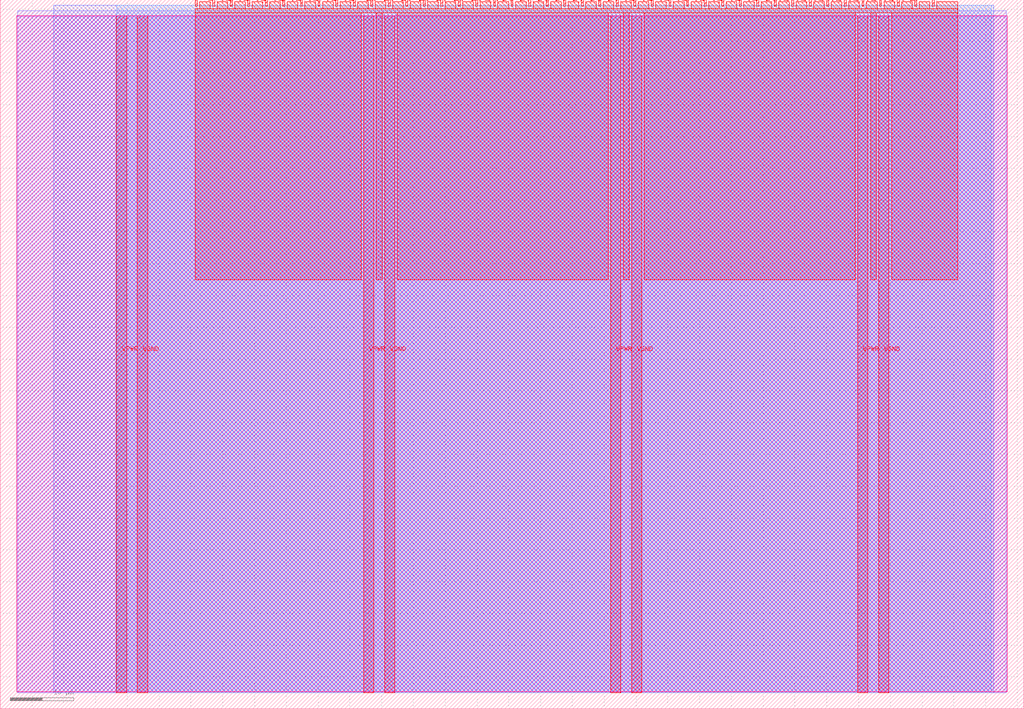
<source format=lef>
VERSION 5.7 ;
  NOWIREEXTENSIONATPIN ON ;
  DIVIDERCHAR "/" ;
  BUSBITCHARS "[]" ;
MACRO tt_um_db_MAC
  CLASS BLOCK ;
  FOREIGN tt_um_db_MAC ;
  ORIGIN 0.000 0.000 ;
  SIZE 161.000 BY 111.520 ;
  PIN VGND
    DIRECTION INOUT ;
    USE GROUND ;
    PORT
      LAYER met4 ;
        RECT 21.580 2.480 23.180 109.040 ;
    END
    PORT
      LAYER met4 ;
        RECT 60.450 2.480 62.050 109.040 ;
    END
    PORT
      LAYER met4 ;
        RECT 99.320 2.480 100.920 109.040 ;
    END
    PORT
      LAYER met4 ;
        RECT 138.190 2.480 139.790 109.040 ;
    END
  END VGND
  PIN VPWR
    DIRECTION INOUT ;
    USE POWER ;
    PORT
      LAYER met4 ;
        RECT 18.280 2.480 19.880 109.040 ;
    END
    PORT
      LAYER met4 ;
        RECT 57.150 2.480 58.750 109.040 ;
    END
    PORT
      LAYER met4 ;
        RECT 96.020 2.480 97.620 109.040 ;
    END
    PORT
      LAYER met4 ;
        RECT 134.890 2.480 136.490 109.040 ;
    END
  END VPWR
  PIN clk
    DIRECTION INPUT ;
    USE SIGNAL ;
    ANTENNAGATEAREA 0.852000 ;
    PORT
      LAYER met4 ;
        RECT 143.830 110.520 144.130 111.520 ;
    END
  END clk
  PIN ena
    DIRECTION INPUT ;
    USE SIGNAL ;
    PORT
      LAYER met4 ;
        RECT 146.590 110.520 146.890 111.520 ;
    END
  END ena
  PIN rst_n
    DIRECTION INPUT ;
    USE SIGNAL ;
    ANTENNAGATEAREA 0.196500 ;
    PORT
      LAYER met4 ;
        RECT 141.070 110.520 141.370 111.520 ;
    END
  END rst_n
  PIN ui_in[0]
    DIRECTION INPUT ;
    USE SIGNAL ;
    ANTENNAGATEAREA 0.196500 ;
    PORT
      LAYER met4 ;
        RECT 138.310 110.520 138.610 111.520 ;
    END
  END ui_in[0]
  PIN ui_in[1]
    DIRECTION INPUT ;
    USE SIGNAL ;
    ANTENNAGATEAREA 0.196500 ;
    PORT
      LAYER met4 ;
        RECT 135.550 110.520 135.850 111.520 ;
    END
  END ui_in[1]
  PIN ui_in[2]
    DIRECTION INPUT ;
    USE SIGNAL ;
    ANTENNAGATEAREA 0.196500 ;
    PORT
      LAYER met4 ;
        RECT 132.790 110.520 133.090 111.520 ;
    END
  END ui_in[2]
  PIN ui_in[3]
    DIRECTION INPUT ;
    USE SIGNAL ;
    ANTENNAGATEAREA 0.196500 ;
    PORT
      LAYER met4 ;
        RECT 130.030 110.520 130.330 111.520 ;
    END
  END ui_in[3]
  PIN ui_in[4]
    DIRECTION INPUT ;
    USE SIGNAL ;
    ANTENNAGATEAREA 0.196500 ;
    PORT
      LAYER met4 ;
        RECT 127.270 110.520 127.570 111.520 ;
    END
  END ui_in[4]
  PIN ui_in[5]
    DIRECTION INPUT ;
    USE SIGNAL ;
    ANTENNAGATEAREA 0.196500 ;
    PORT
      LAYER met4 ;
        RECT 124.510 110.520 124.810 111.520 ;
    END
  END ui_in[5]
  PIN ui_in[6]
    DIRECTION INPUT ;
    USE SIGNAL ;
    ANTENNAGATEAREA 0.196500 ;
    PORT
      LAYER met4 ;
        RECT 121.750 110.520 122.050 111.520 ;
    END
  END ui_in[6]
  PIN ui_in[7]
    DIRECTION INPUT ;
    USE SIGNAL ;
    ANTENNAGATEAREA 0.196500 ;
    PORT
      LAYER met4 ;
        RECT 118.990 110.520 119.290 111.520 ;
    END
  END ui_in[7]
  PIN uio_in[0]
    DIRECTION INPUT ;
    USE SIGNAL ;
    ANTENNAGATEAREA 0.196500 ;
    PORT
      LAYER met4 ;
        RECT 116.230 110.520 116.530 111.520 ;
    END
  END uio_in[0]
  PIN uio_in[1]
    DIRECTION INPUT ;
    USE SIGNAL ;
    ANTENNAGATEAREA 0.196500 ;
    PORT
      LAYER met4 ;
        RECT 113.470 110.520 113.770 111.520 ;
    END
  END uio_in[1]
  PIN uio_in[2]
    DIRECTION INPUT ;
    USE SIGNAL ;
    ANTENNAGATEAREA 0.196500 ;
    PORT
      LAYER met4 ;
        RECT 110.710 110.520 111.010 111.520 ;
    END
  END uio_in[2]
  PIN uio_in[3]
    DIRECTION INPUT ;
    USE SIGNAL ;
    ANTENNAGATEAREA 0.196500 ;
    PORT
      LAYER met4 ;
        RECT 107.950 110.520 108.250 111.520 ;
    END
  END uio_in[3]
  PIN uio_in[4]
    DIRECTION INPUT ;
    USE SIGNAL ;
    ANTENNAGATEAREA 0.196500 ;
    PORT
      LAYER met4 ;
        RECT 105.190 110.520 105.490 111.520 ;
    END
  END uio_in[4]
  PIN uio_in[5]
    DIRECTION INPUT ;
    USE SIGNAL ;
    ANTENNAGATEAREA 0.196500 ;
    PORT
      LAYER met4 ;
        RECT 102.430 110.520 102.730 111.520 ;
    END
  END uio_in[5]
  PIN uio_in[6]
    DIRECTION INPUT ;
    USE SIGNAL ;
    ANTENNAGATEAREA 0.196500 ;
    PORT
      LAYER met4 ;
        RECT 99.670 110.520 99.970 111.520 ;
    END
  END uio_in[6]
  PIN uio_in[7]
    DIRECTION INPUT ;
    USE SIGNAL ;
    ANTENNAGATEAREA 0.196500 ;
    PORT
      LAYER met4 ;
        RECT 96.910 110.520 97.210 111.520 ;
    END
  END uio_in[7]
  PIN uio_oe[0]
    DIRECTION OUTPUT ;
    USE SIGNAL ;
    ANTENNADIFFAREA 0.445500 ;
    PORT
      LAYER met4 ;
        RECT 49.990 110.520 50.290 111.520 ;
    END
  END uio_oe[0]
  PIN uio_oe[1]
    DIRECTION OUTPUT ;
    USE SIGNAL ;
    ANTENNADIFFAREA 0.445500 ;
    PORT
      LAYER met4 ;
        RECT 47.230 110.520 47.530 111.520 ;
    END
  END uio_oe[1]
  PIN uio_oe[2]
    DIRECTION OUTPUT ;
    USE SIGNAL ;
    ANTENNADIFFAREA 0.445500 ;
    PORT
      LAYER met4 ;
        RECT 44.470 110.520 44.770 111.520 ;
    END
  END uio_oe[2]
  PIN uio_oe[3]
    DIRECTION OUTPUT ;
    USE SIGNAL ;
    ANTENNADIFFAREA 0.445500 ;
    PORT
      LAYER met4 ;
        RECT 41.710 110.520 42.010 111.520 ;
    END
  END uio_oe[3]
  PIN uio_oe[4]
    DIRECTION OUTPUT ;
    USE SIGNAL ;
    ANTENNADIFFAREA 0.445500 ;
    PORT
      LAYER met4 ;
        RECT 38.950 110.520 39.250 111.520 ;
    END
  END uio_oe[4]
  PIN uio_oe[5]
    DIRECTION OUTPUT ;
    USE SIGNAL ;
    ANTENNADIFFAREA 0.445500 ;
    PORT
      LAYER met4 ;
        RECT 36.190 110.520 36.490 111.520 ;
    END
  END uio_oe[5]
  PIN uio_oe[6]
    DIRECTION OUTPUT ;
    USE SIGNAL ;
    ANTENNADIFFAREA 0.445500 ;
    PORT
      LAYER met4 ;
        RECT 33.430 110.520 33.730 111.520 ;
    END
  END uio_oe[6]
  PIN uio_oe[7]
    DIRECTION OUTPUT ;
    USE SIGNAL ;
    ANTENNADIFFAREA 0.445500 ;
    PORT
      LAYER met4 ;
        RECT 30.670 110.520 30.970 111.520 ;
    END
  END uio_oe[7]
  PIN uio_out[0]
    DIRECTION OUTPUT ;
    USE SIGNAL ;
    ANTENNADIFFAREA 0.795200 ;
    PORT
      LAYER met4 ;
        RECT 72.070 110.520 72.370 111.520 ;
    END
  END uio_out[0]
  PIN uio_out[1]
    DIRECTION OUTPUT ;
    USE SIGNAL ;
    ANTENNADIFFAREA 0.445500 ;
    PORT
      LAYER met4 ;
        RECT 69.310 110.520 69.610 111.520 ;
    END
  END uio_out[1]
  PIN uio_out[2]
    DIRECTION OUTPUT ;
    USE SIGNAL ;
    ANTENNADIFFAREA 0.445500 ;
    PORT
      LAYER met4 ;
        RECT 66.550 110.520 66.850 111.520 ;
    END
  END uio_out[2]
  PIN uio_out[3]
    DIRECTION OUTPUT ;
    USE SIGNAL ;
    ANTENNADIFFAREA 0.795200 ;
    PORT
      LAYER met4 ;
        RECT 63.790 110.520 64.090 111.520 ;
    END
  END uio_out[3]
  PIN uio_out[4]
    DIRECTION OUTPUT ;
    USE SIGNAL ;
    ANTENNADIFFAREA 0.795200 ;
    PORT
      LAYER met4 ;
        RECT 61.030 110.520 61.330 111.520 ;
    END
  END uio_out[4]
  PIN uio_out[5]
    DIRECTION OUTPUT ;
    USE SIGNAL ;
    ANTENNADIFFAREA 0.795200 ;
    PORT
      LAYER met4 ;
        RECT 58.270 110.520 58.570 111.520 ;
    END
  END uio_out[5]
  PIN uio_out[6]
    DIRECTION OUTPUT ;
    USE SIGNAL ;
    ANTENNADIFFAREA 0.795200 ;
    PORT
      LAYER met4 ;
        RECT 55.510 110.520 55.810 111.520 ;
    END
  END uio_out[6]
  PIN uio_out[7]
    DIRECTION OUTPUT ;
    USE SIGNAL ;
    ANTENNADIFFAREA 0.795200 ;
    PORT
      LAYER met4 ;
        RECT 52.750 110.520 53.050 111.520 ;
    END
  END uio_out[7]
  PIN uo_out[0]
    DIRECTION OUTPUT ;
    USE SIGNAL ;
    ANTENNADIFFAREA 0.795200 ;
    PORT
      LAYER met4 ;
        RECT 94.150 110.520 94.450 111.520 ;
    END
  END uo_out[0]
  PIN uo_out[1]
    DIRECTION OUTPUT ;
    USE SIGNAL ;
    ANTENNADIFFAREA 0.795200 ;
    PORT
      LAYER met4 ;
        RECT 91.390 110.520 91.690 111.520 ;
    END
  END uo_out[1]
  PIN uo_out[2]
    DIRECTION OUTPUT ;
    USE SIGNAL ;
    ANTENNADIFFAREA 0.795200 ;
    PORT
      LAYER met4 ;
        RECT 88.630 110.520 88.930 111.520 ;
    END
  END uo_out[2]
  PIN uo_out[3]
    DIRECTION OUTPUT ;
    USE SIGNAL ;
    ANTENNADIFFAREA 0.795200 ;
    PORT
      LAYER met4 ;
        RECT 85.870 110.520 86.170 111.520 ;
    END
  END uo_out[3]
  PIN uo_out[4]
    DIRECTION OUTPUT ;
    USE SIGNAL ;
    ANTENNADIFFAREA 0.445500 ;
    PORT
      LAYER met4 ;
        RECT 83.110 110.520 83.410 111.520 ;
    END
  END uo_out[4]
  PIN uo_out[5]
    DIRECTION OUTPUT ;
    USE SIGNAL ;
    ANTENNADIFFAREA 0.445500 ;
    PORT
      LAYER met4 ;
        RECT 80.350 110.520 80.650 111.520 ;
    END
  END uo_out[5]
  PIN uo_out[6]
    DIRECTION OUTPUT ;
    USE SIGNAL ;
    ANTENNADIFFAREA 0.795200 ;
    PORT
      LAYER met4 ;
        RECT 77.590 110.520 77.890 111.520 ;
    END
  END uo_out[6]
  PIN uo_out[7]
    DIRECTION OUTPUT ;
    USE SIGNAL ;
    ANTENNADIFFAREA 0.795200 ;
    PORT
      LAYER met4 ;
        RECT 74.830 110.520 75.130 111.520 ;
    END
  END uo_out[7]
  OBS
      LAYER nwell ;
        RECT 2.570 2.635 158.430 108.990 ;
      LAYER li1 ;
        RECT 2.760 2.635 158.240 108.885 ;
      LAYER met1 ;
        RECT 2.760 2.480 158.240 109.780 ;
      LAYER met2 ;
        RECT 8.380 2.535 156.300 110.685 ;
      LAYER met3 ;
        RECT 18.290 2.555 155.875 110.665 ;
      LAYER met4 ;
        RECT 31.370 110.120 33.030 111.170 ;
        RECT 34.130 110.120 35.790 111.170 ;
        RECT 36.890 110.120 38.550 111.170 ;
        RECT 39.650 110.120 41.310 111.170 ;
        RECT 42.410 110.120 44.070 111.170 ;
        RECT 45.170 110.120 46.830 111.170 ;
        RECT 47.930 110.120 49.590 111.170 ;
        RECT 50.690 110.120 52.350 111.170 ;
        RECT 53.450 110.120 55.110 111.170 ;
        RECT 56.210 110.120 57.870 111.170 ;
        RECT 58.970 110.120 60.630 111.170 ;
        RECT 61.730 110.120 63.390 111.170 ;
        RECT 64.490 110.120 66.150 111.170 ;
        RECT 67.250 110.120 68.910 111.170 ;
        RECT 70.010 110.120 71.670 111.170 ;
        RECT 72.770 110.120 74.430 111.170 ;
        RECT 75.530 110.120 77.190 111.170 ;
        RECT 78.290 110.120 79.950 111.170 ;
        RECT 81.050 110.120 82.710 111.170 ;
        RECT 83.810 110.120 85.470 111.170 ;
        RECT 86.570 110.120 88.230 111.170 ;
        RECT 89.330 110.120 90.990 111.170 ;
        RECT 92.090 110.120 93.750 111.170 ;
        RECT 94.850 110.120 96.510 111.170 ;
        RECT 97.610 110.120 99.270 111.170 ;
        RECT 100.370 110.120 102.030 111.170 ;
        RECT 103.130 110.120 104.790 111.170 ;
        RECT 105.890 110.120 107.550 111.170 ;
        RECT 108.650 110.120 110.310 111.170 ;
        RECT 111.410 110.120 113.070 111.170 ;
        RECT 114.170 110.120 115.830 111.170 ;
        RECT 116.930 110.120 118.590 111.170 ;
        RECT 119.690 110.120 121.350 111.170 ;
        RECT 122.450 110.120 124.110 111.170 ;
        RECT 125.210 110.120 126.870 111.170 ;
        RECT 127.970 110.120 129.630 111.170 ;
        RECT 130.730 110.120 132.390 111.170 ;
        RECT 133.490 110.120 135.150 111.170 ;
        RECT 136.250 110.120 137.910 111.170 ;
        RECT 139.010 110.120 140.670 111.170 ;
        RECT 141.770 110.120 143.430 111.170 ;
        RECT 144.530 110.120 146.190 111.170 ;
        RECT 147.290 110.120 150.585 111.170 ;
        RECT 30.655 109.440 150.585 110.120 ;
        RECT 30.655 67.495 56.750 109.440 ;
        RECT 59.150 67.495 60.050 109.440 ;
        RECT 62.450 67.495 95.620 109.440 ;
        RECT 98.020 67.495 98.920 109.440 ;
        RECT 101.320 67.495 134.490 109.440 ;
        RECT 136.890 67.495 137.790 109.440 ;
        RECT 140.190 67.495 150.585 109.440 ;
  END
END tt_um_db_MAC
END LIBRARY


</source>
